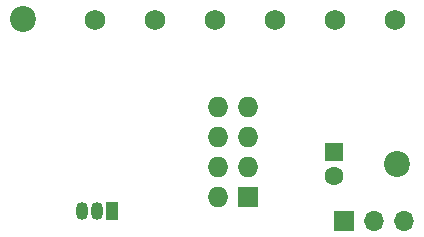
<source format=gbs>
%TF.GenerationSoftware,KiCad,Pcbnew,(5.1.5)-3*%
%TF.CreationDate,2021-10-08T15:08:23+02:00*%
%TF.ProjectId,esp01-ws2812b-breakout,65737030-312d-4777-9332-383132622d62,rev?*%
%TF.SameCoordinates,Original*%
%TF.FileFunction,Soldermask,Bot*%
%TF.FilePolarity,Negative*%
%FSLAX46Y46*%
G04 Gerber Fmt 4.6, Leading zero omitted, Abs format (unit mm)*
G04 Created by KiCad (PCBNEW (5.1.5)-3) date 2021-10-08 15:08:23*
%MOMM*%
%LPD*%
G04 APERTURE LIST*
%ADD10R,1.727200X1.727200*%
%ADD11O,1.727200X1.727200*%
%ADD12C,1.727200*%
%ADD13R,1.700000X1.700000*%
%ADD14O,1.700000X1.700000*%
%ADD15O,1.050000X1.500000*%
%ADD16R,1.050000X1.500000*%
%ADD17C,2.200000*%
%ADD18R,1.600000X1.600000*%
%ADD19C,1.600000*%
G04 APERTURE END LIST*
D10*
%TO.C,U2*%
X167386000Y-98298000D03*
D11*
X164846000Y-98298000D03*
X167386000Y-95758000D03*
X164846000Y-95758000D03*
X167386000Y-93218000D03*
X164846000Y-93218000D03*
X167386000Y-90678000D03*
X164846000Y-90678000D03*
%TD*%
D12*
%TO.C,J1*%
X174752000Y-83312000D03*
X179832000Y-83312000D03*
%TD*%
%TO.C,J2*%
X154432000Y-83312000D03*
X159512000Y-83312000D03*
X164592000Y-83312000D03*
X169672000Y-83312000D03*
%TD*%
D13*
%TO.C,J3*%
X175514000Y-100330000D03*
D14*
X178054000Y-100330000D03*
X180594000Y-100330000D03*
%TD*%
D15*
%TO.C,U3*%
X154559000Y-99441000D03*
X153289000Y-99441000D03*
D16*
X155829000Y-99441000D03*
%TD*%
D17*
%TO.C,H1*%
X148336000Y-83185000D03*
%TD*%
%TO.C,H2*%
X179959000Y-95504000D03*
%TD*%
D18*
%TO.C,C1*%
X174625000Y-94488000D03*
D19*
X174625000Y-96488000D03*
%TD*%
M02*

</source>
